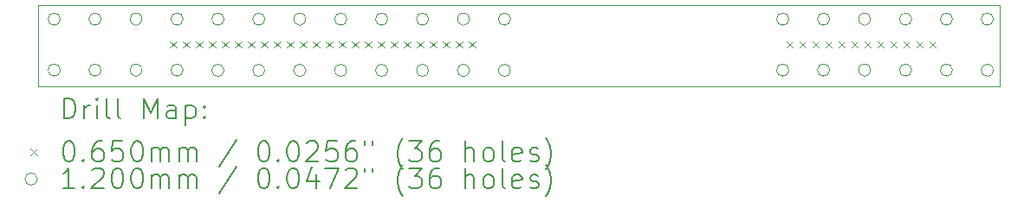
<source format=gbr>
%TF.GenerationSoftware,KiCad,Pcbnew,9.0.5*%
%TF.CreationDate,2025-10-13T16:35:59+02:00*%
%TF.ProjectId,rec_play_switch_mount,7265635f-706c-4617-995f-737769746368,rev?*%
%TF.SameCoordinates,Original*%
%TF.FileFunction,Drillmap*%
%TF.FilePolarity,Positive*%
%FSLAX45Y45*%
G04 Gerber Fmt 4.5, Leading zero omitted, Abs format (unit mm)*
G04 Created by KiCad (PCBNEW 9.0.5) date 2025-10-13 16:35:59*
%MOMM*%
%LPD*%
G01*
G04 APERTURE LIST*
%ADD10C,0.100000*%
%ADD11C,0.200000*%
%ADD12C,0.120000*%
G04 APERTURE END LIST*
D10*
X12300000Y-8100000D02*
X21700000Y-8100000D01*
X21700000Y-8900000D01*
X12300000Y-8900000D01*
X12300000Y-8100000D01*
D11*
D10*
X13593000Y-8457500D02*
X13658000Y-8522500D01*
X13658000Y-8457500D02*
X13593000Y-8522500D01*
X13720000Y-8457500D02*
X13785000Y-8522500D01*
X13785000Y-8457500D02*
X13720000Y-8522500D01*
X13847000Y-8457500D02*
X13912000Y-8522500D01*
X13912000Y-8457500D02*
X13847000Y-8522500D01*
X13974000Y-8457500D02*
X14039000Y-8522500D01*
X14039000Y-8457500D02*
X13974000Y-8522500D01*
X14101000Y-8457500D02*
X14166000Y-8522500D01*
X14166000Y-8457500D02*
X14101000Y-8522500D01*
X14228000Y-8457500D02*
X14293000Y-8522500D01*
X14293000Y-8457500D02*
X14228000Y-8522500D01*
X14355000Y-8457500D02*
X14420000Y-8522500D01*
X14420000Y-8457500D02*
X14355000Y-8522500D01*
X14482000Y-8457500D02*
X14547000Y-8522500D01*
X14547000Y-8457500D02*
X14482000Y-8522500D01*
X14609000Y-8457500D02*
X14674000Y-8522500D01*
X14674000Y-8457500D02*
X14609000Y-8522500D01*
X14736000Y-8457500D02*
X14801000Y-8522500D01*
X14801000Y-8457500D02*
X14736000Y-8522500D01*
X14863000Y-8457500D02*
X14928000Y-8522500D01*
X14928000Y-8457500D02*
X14863000Y-8522500D01*
X14990000Y-8457500D02*
X15055000Y-8522500D01*
X15055000Y-8457500D02*
X14990000Y-8522500D01*
X15117000Y-8457500D02*
X15182000Y-8522500D01*
X15182000Y-8457500D02*
X15117000Y-8522500D01*
X15244000Y-8457500D02*
X15309000Y-8522500D01*
X15309000Y-8457500D02*
X15244000Y-8522500D01*
X15371000Y-8457500D02*
X15436000Y-8522500D01*
X15436000Y-8457500D02*
X15371000Y-8522500D01*
X15498000Y-8457500D02*
X15563000Y-8522500D01*
X15563000Y-8457500D02*
X15498000Y-8522500D01*
X15625000Y-8457500D02*
X15690000Y-8522500D01*
X15690000Y-8457500D02*
X15625000Y-8522500D01*
X15752000Y-8457500D02*
X15817000Y-8522500D01*
X15817000Y-8457500D02*
X15752000Y-8522500D01*
X15879000Y-8457500D02*
X15944000Y-8522500D01*
X15944000Y-8457500D02*
X15879000Y-8522500D01*
X16006000Y-8457500D02*
X16071000Y-8522500D01*
X16071000Y-8457500D02*
X16006000Y-8522500D01*
X16133000Y-8457500D02*
X16198000Y-8522500D01*
X16198000Y-8457500D02*
X16133000Y-8522500D01*
X16260000Y-8457500D02*
X16325000Y-8522500D01*
X16325000Y-8457500D02*
X16260000Y-8522500D01*
X16387000Y-8457500D02*
X16452000Y-8522500D01*
X16452000Y-8457500D02*
X16387000Y-8522500D01*
X16514000Y-8457500D02*
X16579000Y-8522500D01*
X16579000Y-8457500D02*
X16514000Y-8522500D01*
X19614400Y-8457500D02*
X19679400Y-8522500D01*
X19679400Y-8457500D02*
X19614400Y-8522500D01*
X19741400Y-8457500D02*
X19806400Y-8522500D01*
X19806400Y-8457500D02*
X19741400Y-8522500D01*
X19868400Y-8457500D02*
X19933400Y-8522500D01*
X19933400Y-8457500D02*
X19868400Y-8522500D01*
X19995400Y-8457500D02*
X20060400Y-8522500D01*
X20060400Y-8457500D02*
X19995400Y-8522500D01*
X20122400Y-8457500D02*
X20187400Y-8522500D01*
X20187400Y-8457500D02*
X20122400Y-8522500D01*
X20249400Y-8457500D02*
X20314400Y-8522500D01*
X20314400Y-8457500D02*
X20249400Y-8522500D01*
X20376400Y-8457500D02*
X20441400Y-8522500D01*
X20441400Y-8457500D02*
X20376400Y-8522500D01*
X20503400Y-8457500D02*
X20568400Y-8522500D01*
X20568400Y-8457500D02*
X20503400Y-8522500D01*
X20630400Y-8457500D02*
X20695400Y-8522500D01*
X20695400Y-8457500D02*
X20630400Y-8522500D01*
X20757400Y-8457500D02*
X20822400Y-8522500D01*
X20822400Y-8457500D02*
X20757400Y-8522500D01*
X20884400Y-8457500D02*
X20949400Y-8522500D01*
X20949400Y-8457500D02*
X20884400Y-8522500D01*
X21011400Y-8457500D02*
X21076400Y-8522500D01*
X21076400Y-8457500D02*
X21011400Y-8522500D01*
D12*
X12520000Y-8240000D02*
G75*
G02*
X12400000Y-8240000I-60000J0D01*
G01*
X12400000Y-8240000D02*
G75*
G02*
X12520000Y-8240000I60000J0D01*
G01*
X12520000Y-8740000D02*
G75*
G02*
X12400000Y-8740000I-60000J0D01*
G01*
X12400000Y-8740000D02*
G75*
G02*
X12520000Y-8740000I60000J0D01*
G01*
X12920000Y-8240000D02*
G75*
G02*
X12800000Y-8240000I-60000J0D01*
G01*
X12800000Y-8240000D02*
G75*
G02*
X12920000Y-8240000I60000J0D01*
G01*
X12920000Y-8740000D02*
G75*
G02*
X12800000Y-8740000I-60000J0D01*
G01*
X12800000Y-8740000D02*
G75*
G02*
X12920000Y-8740000I60000J0D01*
G01*
X13320000Y-8240000D02*
G75*
G02*
X13200000Y-8240000I-60000J0D01*
G01*
X13200000Y-8240000D02*
G75*
G02*
X13320000Y-8240000I60000J0D01*
G01*
X13320000Y-8740000D02*
G75*
G02*
X13200000Y-8740000I-60000J0D01*
G01*
X13200000Y-8740000D02*
G75*
G02*
X13320000Y-8740000I60000J0D01*
G01*
X13720000Y-8240000D02*
G75*
G02*
X13600000Y-8240000I-60000J0D01*
G01*
X13600000Y-8240000D02*
G75*
G02*
X13720000Y-8240000I60000J0D01*
G01*
X13720000Y-8740000D02*
G75*
G02*
X13600000Y-8740000I-60000J0D01*
G01*
X13600000Y-8740000D02*
G75*
G02*
X13720000Y-8740000I60000J0D01*
G01*
X14120000Y-8240000D02*
G75*
G02*
X14000000Y-8240000I-60000J0D01*
G01*
X14000000Y-8240000D02*
G75*
G02*
X14120000Y-8240000I60000J0D01*
G01*
X14120000Y-8742738D02*
G75*
G02*
X14000000Y-8742738I-60000J0D01*
G01*
X14000000Y-8742738D02*
G75*
G02*
X14120000Y-8742738I60000J0D01*
G01*
X14520000Y-8240000D02*
G75*
G02*
X14400000Y-8240000I-60000J0D01*
G01*
X14400000Y-8240000D02*
G75*
G02*
X14520000Y-8240000I60000J0D01*
G01*
X14520000Y-8742738D02*
G75*
G02*
X14400000Y-8742738I-60000J0D01*
G01*
X14400000Y-8742738D02*
G75*
G02*
X14520000Y-8742738I60000J0D01*
G01*
X14920000Y-8240000D02*
G75*
G02*
X14800000Y-8240000I-60000J0D01*
G01*
X14800000Y-8240000D02*
G75*
G02*
X14920000Y-8240000I60000J0D01*
G01*
X14920000Y-8742738D02*
G75*
G02*
X14800000Y-8742738I-60000J0D01*
G01*
X14800000Y-8742738D02*
G75*
G02*
X14920000Y-8742738I60000J0D01*
G01*
X15320000Y-8240000D02*
G75*
G02*
X15200000Y-8240000I-60000J0D01*
G01*
X15200000Y-8240000D02*
G75*
G02*
X15320000Y-8240000I60000J0D01*
G01*
X15320000Y-8742738D02*
G75*
G02*
X15200000Y-8742738I-60000J0D01*
G01*
X15200000Y-8742738D02*
G75*
G02*
X15320000Y-8742738I60000J0D01*
G01*
X15720000Y-8240000D02*
G75*
G02*
X15600000Y-8240000I-60000J0D01*
G01*
X15600000Y-8240000D02*
G75*
G02*
X15720000Y-8240000I60000J0D01*
G01*
X15720000Y-8742738D02*
G75*
G02*
X15600000Y-8742738I-60000J0D01*
G01*
X15600000Y-8742738D02*
G75*
G02*
X15720000Y-8742738I60000J0D01*
G01*
X16120000Y-8240000D02*
G75*
G02*
X16000000Y-8240000I-60000J0D01*
G01*
X16000000Y-8240000D02*
G75*
G02*
X16120000Y-8240000I60000J0D01*
G01*
X16120000Y-8742738D02*
G75*
G02*
X16000000Y-8742738I-60000J0D01*
G01*
X16000000Y-8742738D02*
G75*
G02*
X16120000Y-8742738I60000J0D01*
G01*
X16520000Y-8240000D02*
G75*
G02*
X16400000Y-8240000I-60000J0D01*
G01*
X16400000Y-8240000D02*
G75*
G02*
X16520000Y-8240000I60000J0D01*
G01*
X16520000Y-8742738D02*
G75*
G02*
X16400000Y-8742738I-60000J0D01*
G01*
X16400000Y-8742738D02*
G75*
G02*
X16520000Y-8742738I60000J0D01*
G01*
X16920000Y-8240000D02*
G75*
G02*
X16800000Y-8240000I-60000J0D01*
G01*
X16800000Y-8240000D02*
G75*
G02*
X16920000Y-8240000I60000J0D01*
G01*
X16920000Y-8742738D02*
G75*
G02*
X16800000Y-8742738I-60000J0D01*
G01*
X16800000Y-8742738D02*
G75*
G02*
X16920000Y-8742738I60000J0D01*
G01*
X19640000Y-8240000D02*
G75*
G02*
X19520000Y-8240000I-60000J0D01*
G01*
X19520000Y-8240000D02*
G75*
G02*
X19640000Y-8240000I60000J0D01*
G01*
X19640000Y-8740000D02*
G75*
G02*
X19520000Y-8740000I-60000J0D01*
G01*
X19520000Y-8740000D02*
G75*
G02*
X19640000Y-8740000I60000J0D01*
G01*
X20040000Y-8240000D02*
G75*
G02*
X19920000Y-8240000I-60000J0D01*
G01*
X19920000Y-8240000D02*
G75*
G02*
X20040000Y-8240000I60000J0D01*
G01*
X20040000Y-8740000D02*
G75*
G02*
X19920000Y-8740000I-60000J0D01*
G01*
X19920000Y-8740000D02*
G75*
G02*
X20040000Y-8740000I60000J0D01*
G01*
X20440000Y-8240000D02*
G75*
G02*
X20320000Y-8240000I-60000J0D01*
G01*
X20320000Y-8240000D02*
G75*
G02*
X20440000Y-8240000I60000J0D01*
G01*
X20440000Y-8740000D02*
G75*
G02*
X20320000Y-8740000I-60000J0D01*
G01*
X20320000Y-8740000D02*
G75*
G02*
X20440000Y-8740000I60000J0D01*
G01*
X20840000Y-8240000D02*
G75*
G02*
X20720000Y-8240000I-60000J0D01*
G01*
X20720000Y-8240000D02*
G75*
G02*
X20840000Y-8240000I60000J0D01*
G01*
X20840000Y-8740000D02*
G75*
G02*
X20720000Y-8740000I-60000J0D01*
G01*
X20720000Y-8740000D02*
G75*
G02*
X20840000Y-8740000I60000J0D01*
G01*
X21240000Y-8240000D02*
G75*
G02*
X21120000Y-8240000I-60000J0D01*
G01*
X21120000Y-8240000D02*
G75*
G02*
X21240000Y-8240000I60000J0D01*
G01*
X21240000Y-8740000D02*
G75*
G02*
X21120000Y-8740000I-60000J0D01*
G01*
X21120000Y-8740000D02*
G75*
G02*
X21240000Y-8740000I60000J0D01*
G01*
X21640000Y-8240000D02*
G75*
G02*
X21520000Y-8240000I-60000J0D01*
G01*
X21520000Y-8240000D02*
G75*
G02*
X21640000Y-8240000I60000J0D01*
G01*
X21640000Y-8741557D02*
G75*
G02*
X21520000Y-8741557I-60000J0D01*
G01*
X21520000Y-8741557D02*
G75*
G02*
X21640000Y-8741557I60000J0D01*
G01*
D11*
X12555777Y-9216484D02*
X12555777Y-9016484D01*
X12555777Y-9016484D02*
X12603396Y-9016484D01*
X12603396Y-9016484D02*
X12631967Y-9026008D01*
X12631967Y-9026008D02*
X12651015Y-9045055D01*
X12651015Y-9045055D02*
X12660539Y-9064103D01*
X12660539Y-9064103D02*
X12670062Y-9102198D01*
X12670062Y-9102198D02*
X12670062Y-9130770D01*
X12670062Y-9130770D02*
X12660539Y-9168865D01*
X12660539Y-9168865D02*
X12651015Y-9187912D01*
X12651015Y-9187912D02*
X12631967Y-9206960D01*
X12631967Y-9206960D02*
X12603396Y-9216484D01*
X12603396Y-9216484D02*
X12555777Y-9216484D01*
X12755777Y-9216484D02*
X12755777Y-9083150D01*
X12755777Y-9121246D02*
X12765301Y-9102198D01*
X12765301Y-9102198D02*
X12774824Y-9092674D01*
X12774824Y-9092674D02*
X12793872Y-9083150D01*
X12793872Y-9083150D02*
X12812920Y-9083150D01*
X12879586Y-9216484D02*
X12879586Y-9083150D01*
X12879586Y-9016484D02*
X12870062Y-9026008D01*
X12870062Y-9026008D02*
X12879586Y-9035531D01*
X12879586Y-9035531D02*
X12889110Y-9026008D01*
X12889110Y-9026008D02*
X12879586Y-9016484D01*
X12879586Y-9016484D02*
X12879586Y-9035531D01*
X13003396Y-9216484D02*
X12984348Y-9206960D01*
X12984348Y-9206960D02*
X12974824Y-9187912D01*
X12974824Y-9187912D02*
X12974824Y-9016484D01*
X13108158Y-9216484D02*
X13089110Y-9206960D01*
X13089110Y-9206960D02*
X13079586Y-9187912D01*
X13079586Y-9187912D02*
X13079586Y-9016484D01*
X13336729Y-9216484D02*
X13336729Y-9016484D01*
X13336729Y-9016484D02*
X13403396Y-9159341D01*
X13403396Y-9159341D02*
X13470062Y-9016484D01*
X13470062Y-9016484D02*
X13470062Y-9216484D01*
X13651015Y-9216484D02*
X13651015Y-9111722D01*
X13651015Y-9111722D02*
X13641491Y-9092674D01*
X13641491Y-9092674D02*
X13622443Y-9083150D01*
X13622443Y-9083150D02*
X13584348Y-9083150D01*
X13584348Y-9083150D02*
X13565301Y-9092674D01*
X13651015Y-9206960D02*
X13631967Y-9216484D01*
X13631967Y-9216484D02*
X13584348Y-9216484D01*
X13584348Y-9216484D02*
X13565301Y-9206960D01*
X13565301Y-9206960D02*
X13555777Y-9187912D01*
X13555777Y-9187912D02*
X13555777Y-9168865D01*
X13555777Y-9168865D02*
X13565301Y-9149817D01*
X13565301Y-9149817D02*
X13584348Y-9140293D01*
X13584348Y-9140293D02*
X13631967Y-9140293D01*
X13631967Y-9140293D02*
X13651015Y-9130770D01*
X13746253Y-9083150D02*
X13746253Y-9283150D01*
X13746253Y-9092674D02*
X13765301Y-9083150D01*
X13765301Y-9083150D02*
X13803396Y-9083150D01*
X13803396Y-9083150D02*
X13822443Y-9092674D01*
X13822443Y-9092674D02*
X13831967Y-9102198D01*
X13831967Y-9102198D02*
X13841491Y-9121246D01*
X13841491Y-9121246D02*
X13841491Y-9178389D01*
X13841491Y-9178389D02*
X13831967Y-9197436D01*
X13831967Y-9197436D02*
X13822443Y-9206960D01*
X13822443Y-9206960D02*
X13803396Y-9216484D01*
X13803396Y-9216484D02*
X13765301Y-9216484D01*
X13765301Y-9216484D02*
X13746253Y-9206960D01*
X13927205Y-9197436D02*
X13936729Y-9206960D01*
X13936729Y-9206960D02*
X13927205Y-9216484D01*
X13927205Y-9216484D02*
X13917682Y-9206960D01*
X13917682Y-9206960D02*
X13927205Y-9197436D01*
X13927205Y-9197436D02*
X13927205Y-9216484D01*
X13927205Y-9092674D02*
X13936729Y-9102198D01*
X13936729Y-9102198D02*
X13927205Y-9111722D01*
X13927205Y-9111722D02*
X13917682Y-9102198D01*
X13917682Y-9102198D02*
X13927205Y-9092674D01*
X13927205Y-9092674D02*
X13927205Y-9111722D01*
D10*
X12230000Y-9512500D02*
X12295000Y-9577500D01*
X12295000Y-9512500D02*
X12230000Y-9577500D01*
D11*
X12593872Y-9436484D02*
X12612920Y-9436484D01*
X12612920Y-9436484D02*
X12631967Y-9446008D01*
X12631967Y-9446008D02*
X12641491Y-9455531D01*
X12641491Y-9455531D02*
X12651015Y-9474579D01*
X12651015Y-9474579D02*
X12660539Y-9512674D01*
X12660539Y-9512674D02*
X12660539Y-9560293D01*
X12660539Y-9560293D02*
X12651015Y-9598389D01*
X12651015Y-9598389D02*
X12641491Y-9617436D01*
X12641491Y-9617436D02*
X12631967Y-9626960D01*
X12631967Y-9626960D02*
X12612920Y-9636484D01*
X12612920Y-9636484D02*
X12593872Y-9636484D01*
X12593872Y-9636484D02*
X12574824Y-9626960D01*
X12574824Y-9626960D02*
X12565301Y-9617436D01*
X12565301Y-9617436D02*
X12555777Y-9598389D01*
X12555777Y-9598389D02*
X12546253Y-9560293D01*
X12546253Y-9560293D02*
X12546253Y-9512674D01*
X12546253Y-9512674D02*
X12555777Y-9474579D01*
X12555777Y-9474579D02*
X12565301Y-9455531D01*
X12565301Y-9455531D02*
X12574824Y-9446008D01*
X12574824Y-9446008D02*
X12593872Y-9436484D01*
X12746253Y-9617436D02*
X12755777Y-9626960D01*
X12755777Y-9626960D02*
X12746253Y-9636484D01*
X12746253Y-9636484D02*
X12736729Y-9626960D01*
X12736729Y-9626960D02*
X12746253Y-9617436D01*
X12746253Y-9617436D02*
X12746253Y-9636484D01*
X12927205Y-9436484D02*
X12889110Y-9436484D01*
X12889110Y-9436484D02*
X12870062Y-9446008D01*
X12870062Y-9446008D02*
X12860539Y-9455531D01*
X12860539Y-9455531D02*
X12841491Y-9484103D01*
X12841491Y-9484103D02*
X12831967Y-9522198D01*
X12831967Y-9522198D02*
X12831967Y-9598389D01*
X12831967Y-9598389D02*
X12841491Y-9617436D01*
X12841491Y-9617436D02*
X12851015Y-9626960D01*
X12851015Y-9626960D02*
X12870062Y-9636484D01*
X12870062Y-9636484D02*
X12908158Y-9636484D01*
X12908158Y-9636484D02*
X12927205Y-9626960D01*
X12927205Y-9626960D02*
X12936729Y-9617436D01*
X12936729Y-9617436D02*
X12946253Y-9598389D01*
X12946253Y-9598389D02*
X12946253Y-9550770D01*
X12946253Y-9550770D02*
X12936729Y-9531722D01*
X12936729Y-9531722D02*
X12927205Y-9522198D01*
X12927205Y-9522198D02*
X12908158Y-9512674D01*
X12908158Y-9512674D02*
X12870062Y-9512674D01*
X12870062Y-9512674D02*
X12851015Y-9522198D01*
X12851015Y-9522198D02*
X12841491Y-9531722D01*
X12841491Y-9531722D02*
X12831967Y-9550770D01*
X13127205Y-9436484D02*
X13031967Y-9436484D01*
X13031967Y-9436484D02*
X13022443Y-9531722D01*
X13022443Y-9531722D02*
X13031967Y-9522198D01*
X13031967Y-9522198D02*
X13051015Y-9512674D01*
X13051015Y-9512674D02*
X13098634Y-9512674D01*
X13098634Y-9512674D02*
X13117682Y-9522198D01*
X13117682Y-9522198D02*
X13127205Y-9531722D01*
X13127205Y-9531722D02*
X13136729Y-9550770D01*
X13136729Y-9550770D02*
X13136729Y-9598389D01*
X13136729Y-9598389D02*
X13127205Y-9617436D01*
X13127205Y-9617436D02*
X13117682Y-9626960D01*
X13117682Y-9626960D02*
X13098634Y-9636484D01*
X13098634Y-9636484D02*
X13051015Y-9636484D01*
X13051015Y-9636484D02*
X13031967Y-9626960D01*
X13031967Y-9626960D02*
X13022443Y-9617436D01*
X13260539Y-9436484D02*
X13279586Y-9436484D01*
X13279586Y-9436484D02*
X13298634Y-9446008D01*
X13298634Y-9446008D02*
X13308158Y-9455531D01*
X13308158Y-9455531D02*
X13317682Y-9474579D01*
X13317682Y-9474579D02*
X13327205Y-9512674D01*
X13327205Y-9512674D02*
X13327205Y-9560293D01*
X13327205Y-9560293D02*
X13317682Y-9598389D01*
X13317682Y-9598389D02*
X13308158Y-9617436D01*
X13308158Y-9617436D02*
X13298634Y-9626960D01*
X13298634Y-9626960D02*
X13279586Y-9636484D01*
X13279586Y-9636484D02*
X13260539Y-9636484D01*
X13260539Y-9636484D02*
X13241491Y-9626960D01*
X13241491Y-9626960D02*
X13231967Y-9617436D01*
X13231967Y-9617436D02*
X13222443Y-9598389D01*
X13222443Y-9598389D02*
X13212920Y-9560293D01*
X13212920Y-9560293D02*
X13212920Y-9512674D01*
X13212920Y-9512674D02*
X13222443Y-9474579D01*
X13222443Y-9474579D02*
X13231967Y-9455531D01*
X13231967Y-9455531D02*
X13241491Y-9446008D01*
X13241491Y-9446008D02*
X13260539Y-9436484D01*
X13412920Y-9636484D02*
X13412920Y-9503150D01*
X13412920Y-9522198D02*
X13422443Y-9512674D01*
X13422443Y-9512674D02*
X13441491Y-9503150D01*
X13441491Y-9503150D02*
X13470063Y-9503150D01*
X13470063Y-9503150D02*
X13489110Y-9512674D01*
X13489110Y-9512674D02*
X13498634Y-9531722D01*
X13498634Y-9531722D02*
X13498634Y-9636484D01*
X13498634Y-9531722D02*
X13508158Y-9512674D01*
X13508158Y-9512674D02*
X13527205Y-9503150D01*
X13527205Y-9503150D02*
X13555777Y-9503150D01*
X13555777Y-9503150D02*
X13574824Y-9512674D01*
X13574824Y-9512674D02*
X13584348Y-9531722D01*
X13584348Y-9531722D02*
X13584348Y-9636484D01*
X13679586Y-9636484D02*
X13679586Y-9503150D01*
X13679586Y-9522198D02*
X13689110Y-9512674D01*
X13689110Y-9512674D02*
X13708158Y-9503150D01*
X13708158Y-9503150D02*
X13736729Y-9503150D01*
X13736729Y-9503150D02*
X13755777Y-9512674D01*
X13755777Y-9512674D02*
X13765301Y-9531722D01*
X13765301Y-9531722D02*
X13765301Y-9636484D01*
X13765301Y-9531722D02*
X13774824Y-9512674D01*
X13774824Y-9512674D02*
X13793872Y-9503150D01*
X13793872Y-9503150D02*
X13822443Y-9503150D01*
X13822443Y-9503150D02*
X13841491Y-9512674D01*
X13841491Y-9512674D02*
X13851015Y-9531722D01*
X13851015Y-9531722D02*
X13851015Y-9636484D01*
X14241491Y-9426960D02*
X14070063Y-9684103D01*
X14498634Y-9436484D02*
X14517682Y-9436484D01*
X14517682Y-9436484D02*
X14536729Y-9446008D01*
X14536729Y-9446008D02*
X14546253Y-9455531D01*
X14546253Y-9455531D02*
X14555777Y-9474579D01*
X14555777Y-9474579D02*
X14565301Y-9512674D01*
X14565301Y-9512674D02*
X14565301Y-9560293D01*
X14565301Y-9560293D02*
X14555777Y-9598389D01*
X14555777Y-9598389D02*
X14546253Y-9617436D01*
X14546253Y-9617436D02*
X14536729Y-9626960D01*
X14536729Y-9626960D02*
X14517682Y-9636484D01*
X14517682Y-9636484D02*
X14498634Y-9636484D01*
X14498634Y-9636484D02*
X14479586Y-9626960D01*
X14479586Y-9626960D02*
X14470063Y-9617436D01*
X14470063Y-9617436D02*
X14460539Y-9598389D01*
X14460539Y-9598389D02*
X14451015Y-9560293D01*
X14451015Y-9560293D02*
X14451015Y-9512674D01*
X14451015Y-9512674D02*
X14460539Y-9474579D01*
X14460539Y-9474579D02*
X14470063Y-9455531D01*
X14470063Y-9455531D02*
X14479586Y-9446008D01*
X14479586Y-9446008D02*
X14498634Y-9436484D01*
X14651015Y-9617436D02*
X14660539Y-9626960D01*
X14660539Y-9626960D02*
X14651015Y-9636484D01*
X14651015Y-9636484D02*
X14641491Y-9626960D01*
X14641491Y-9626960D02*
X14651015Y-9617436D01*
X14651015Y-9617436D02*
X14651015Y-9636484D01*
X14784348Y-9436484D02*
X14803396Y-9436484D01*
X14803396Y-9436484D02*
X14822444Y-9446008D01*
X14822444Y-9446008D02*
X14831967Y-9455531D01*
X14831967Y-9455531D02*
X14841491Y-9474579D01*
X14841491Y-9474579D02*
X14851015Y-9512674D01*
X14851015Y-9512674D02*
X14851015Y-9560293D01*
X14851015Y-9560293D02*
X14841491Y-9598389D01*
X14841491Y-9598389D02*
X14831967Y-9617436D01*
X14831967Y-9617436D02*
X14822444Y-9626960D01*
X14822444Y-9626960D02*
X14803396Y-9636484D01*
X14803396Y-9636484D02*
X14784348Y-9636484D01*
X14784348Y-9636484D02*
X14765301Y-9626960D01*
X14765301Y-9626960D02*
X14755777Y-9617436D01*
X14755777Y-9617436D02*
X14746253Y-9598389D01*
X14746253Y-9598389D02*
X14736729Y-9560293D01*
X14736729Y-9560293D02*
X14736729Y-9512674D01*
X14736729Y-9512674D02*
X14746253Y-9474579D01*
X14746253Y-9474579D02*
X14755777Y-9455531D01*
X14755777Y-9455531D02*
X14765301Y-9446008D01*
X14765301Y-9446008D02*
X14784348Y-9436484D01*
X14927206Y-9455531D02*
X14936729Y-9446008D01*
X14936729Y-9446008D02*
X14955777Y-9436484D01*
X14955777Y-9436484D02*
X15003396Y-9436484D01*
X15003396Y-9436484D02*
X15022444Y-9446008D01*
X15022444Y-9446008D02*
X15031967Y-9455531D01*
X15031967Y-9455531D02*
X15041491Y-9474579D01*
X15041491Y-9474579D02*
X15041491Y-9493627D01*
X15041491Y-9493627D02*
X15031967Y-9522198D01*
X15031967Y-9522198D02*
X14917682Y-9636484D01*
X14917682Y-9636484D02*
X15041491Y-9636484D01*
X15222444Y-9436484D02*
X15127206Y-9436484D01*
X15127206Y-9436484D02*
X15117682Y-9531722D01*
X15117682Y-9531722D02*
X15127206Y-9522198D01*
X15127206Y-9522198D02*
X15146253Y-9512674D01*
X15146253Y-9512674D02*
X15193872Y-9512674D01*
X15193872Y-9512674D02*
X15212920Y-9522198D01*
X15212920Y-9522198D02*
X15222444Y-9531722D01*
X15222444Y-9531722D02*
X15231967Y-9550770D01*
X15231967Y-9550770D02*
X15231967Y-9598389D01*
X15231967Y-9598389D02*
X15222444Y-9617436D01*
X15222444Y-9617436D02*
X15212920Y-9626960D01*
X15212920Y-9626960D02*
X15193872Y-9636484D01*
X15193872Y-9636484D02*
X15146253Y-9636484D01*
X15146253Y-9636484D02*
X15127206Y-9626960D01*
X15127206Y-9626960D02*
X15117682Y-9617436D01*
X15403396Y-9436484D02*
X15365301Y-9436484D01*
X15365301Y-9436484D02*
X15346253Y-9446008D01*
X15346253Y-9446008D02*
X15336729Y-9455531D01*
X15336729Y-9455531D02*
X15317682Y-9484103D01*
X15317682Y-9484103D02*
X15308158Y-9522198D01*
X15308158Y-9522198D02*
X15308158Y-9598389D01*
X15308158Y-9598389D02*
X15317682Y-9617436D01*
X15317682Y-9617436D02*
X15327206Y-9626960D01*
X15327206Y-9626960D02*
X15346253Y-9636484D01*
X15346253Y-9636484D02*
X15384348Y-9636484D01*
X15384348Y-9636484D02*
X15403396Y-9626960D01*
X15403396Y-9626960D02*
X15412920Y-9617436D01*
X15412920Y-9617436D02*
X15422444Y-9598389D01*
X15422444Y-9598389D02*
X15422444Y-9550770D01*
X15422444Y-9550770D02*
X15412920Y-9531722D01*
X15412920Y-9531722D02*
X15403396Y-9522198D01*
X15403396Y-9522198D02*
X15384348Y-9512674D01*
X15384348Y-9512674D02*
X15346253Y-9512674D01*
X15346253Y-9512674D02*
X15327206Y-9522198D01*
X15327206Y-9522198D02*
X15317682Y-9531722D01*
X15317682Y-9531722D02*
X15308158Y-9550770D01*
X15498634Y-9436484D02*
X15498634Y-9474579D01*
X15574825Y-9436484D02*
X15574825Y-9474579D01*
X15870063Y-9712674D02*
X15860539Y-9703150D01*
X15860539Y-9703150D02*
X15841491Y-9674579D01*
X15841491Y-9674579D02*
X15831968Y-9655531D01*
X15831968Y-9655531D02*
X15822444Y-9626960D01*
X15822444Y-9626960D02*
X15812920Y-9579341D01*
X15812920Y-9579341D02*
X15812920Y-9541246D01*
X15812920Y-9541246D02*
X15822444Y-9493627D01*
X15822444Y-9493627D02*
X15831968Y-9465055D01*
X15831968Y-9465055D02*
X15841491Y-9446008D01*
X15841491Y-9446008D02*
X15860539Y-9417436D01*
X15860539Y-9417436D02*
X15870063Y-9407912D01*
X15927206Y-9436484D02*
X16051015Y-9436484D01*
X16051015Y-9436484D02*
X15984348Y-9512674D01*
X15984348Y-9512674D02*
X16012920Y-9512674D01*
X16012920Y-9512674D02*
X16031968Y-9522198D01*
X16031968Y-9522198D02*
X16041491Y-9531722D01*
X16041491Y-9531722D02*
X16051015Y-9550770D01*
X16051015Y-9550770D02*
X16051015Y-9598389D01*
X16051015Y-9598389D02*
X16041491Y-9617436D01*
X16041491Y-9617436D02*
X16031968Y-9626960D01*
X16031968Y-9626960D02*
X16012920Y-9636484D01*
X16012920Y-9636484D02*
X15955777Y-9636484D01*
X15955777Y-9636484D02*
X15936729Y-9626960D01*
X15936729Y-9626960D02*
X15927206Y-9617436D01*
X16222444Y-9436484D02*
X16184348Y-9436484D01*
X16184348Y-9436484D02*
X16165301Y-9446008D01*
X16165301Y-9446008D02*
X16155777Y-9455531D01*
X16155777Y-9455531D02*
X16136729Y-9484103D01*
X16136729Y-9484103D02*
X16127206Y-9522198D01*
X16127206Y-9522198D02*
X16127206Y-9598389D01*
X16127206Y-9598389D02*
X16136729Y-9617436D01*
X16136729Y-9617436D02*
X16146253Y-9626960D01*
X16146253Y-9626960D02*
X16165301Y-9636484D01*
X16165301Y-9636484D02*
X16203396Y-9636484D01*
X16203396Y-9636484D02*
X16222444Y-9626960D01*
X16222444Y-9626960D02*
X16231968Y-9617436D01*
X16231968Y-9617436D02*
X16241491Y-9598389D01*
X16241491Y-9598389D02*
X16241491Y-9550770D01*
X16241491Y-9550770D02*
X16231968Y-9531722D01*
X16231968Y-9531722D02*
X16222444Y-9522198D01*
X16222444Y-9522198D02*
X16203396Y-9512674D01*
X16203396Y-9512674D02*
X16165301Y-9512674D01*
X16165301Y-9512674D02*
X16146253Y-9522198D01*
X16146253Y-9522198D02*
X16136729Y-9531722D01*
X16136729Y-9531722D02*
X16127206Y-9550770D01*
X16479587Y-9636484D02*
X16479587Y-9436484D01*
X16565301Y-9636484D02*
X16565301Y-9531722D01*
X16565301Y-9531722D02*
X16555777Y-9512674D01*
X16555777Y-9512674D02*
X16536730Y-9503150D01*
X16536730Y-9503150D02*
X16508158Y-9503150D01*
X16508158Y-9503150D02*
X16489110Y-9512674D01*
X16489110Y-9512674D02*
X16479587Y-9522198D01*
X16689110Y-9636484D02*
X16670063Y-9626960D01*
X16670063Y-9626960D02*
X16660539Y-9617436D01*
X16660539Y-9617436D02*
X16651015Y-9598389D01*
X16651015Y-9598389D02*
X16651015Y-9541246D01*
X16651015Y-9541246D02*
X16660539Y-9522198D01*
X16660539Y-9522198D02*
X16670063Y-9512674D01*
X16670063Y-9512674D02*
X16689110Y-9503150D01*
X16689110Y-9503150D02*
X16717682Y-9503150D01*
X16717682Y-9503150D02*
X16736730Y-9512674D01*
X16736730Y-9512674D02*
X16746253Y-9522198D01*
X16746253Y-9522198D02*
X16755777Y-9541246D01*
X16755777Y-9541246D02*
X16755777Y-9598389D01*
X16755777Y-9598389D02*
X16746253Y-9617436D01*
X16746253Y-9617436D02*
X16736730Y-9626960D01*
X16736730Y-9626960D02*
X16717682Y-9636484D01*
X16717682Y-9636484D02*
X16689110Y-9636484D01*
X16870063Y-9636484D02*
X16851015Y-9626960D01*
X16851015Y-9626960D02*
X16841492Y-9607912D01*
X16841492Y-9607912D02*
X16841492Y-9436484D01*
X17022444Y-9626960D02*
X17003396Y-9636484D01*
X17003396Y-9636484D02*
X16965301Y-9636484D01*
X16965301Y-9636484D02*
X16946253Y-9626960D01*
X16946253Y-9626960D02*
X16936730Y-9607912D01*
X16936730Y-9607912D02*
X16936730Y-9531722D01*
X16936730Y-9531722D02*
X16946253Y-9512674D01*
X16946253Y-9512674D02*
X16965301Y-9503150D01*
X16965301Y-9503150D02*
X17003396Y-9503150D01*
X17003396Y-9503150D02*
X17022444Y-9512674D01*
X17022444Y-9512674D02*
X17031968Y-9531722D01*
X17031968Y-9531722D02*
X17031968Y-9550770D01*
X17031968Y-9550770D02*
X16936730Y-9569817D01*
X17108158Y-9626960D02*
X17127206Y-9636484D01*
X17127206Y-9636484D02*
X17165301Y-9636484D01*
X17165301Y-9636484D02*
X17184349Y-9626960D01*
X17184349Y-9626960D02*
X17193873Y-9607912D01*
X17193873Y-9607912D02*
X17193873Y-9598389D01*
X17193873Y-9598389D02*
X17184349Y-9579341D01*
X17184349Y-9579341D02*
X17165301Y-9569817D01*
X17165301Y-9569817D02*
X17136730Y-9569817D01*
X17136730Y-9569817D02*
X17117682Y-9560293D01*
X17117682Y-9560293D02*
X17108158Y-9541246D01*
X17108158Y-9541246D02*
X17108158Y-9531722D01*
X17108158Y-9531722D02*
X17117682Y-9512674D01*
X17117682Y-9512674D02*
X17136730Y-9503150D01*
X17136730Y-9503150D02*
X17165301Y-9503150D01*
X17165301Y-9503150D02*
X17184349Y-9512674D01*
X17260539Y-9712674D02*
X17270063Y-9703150D01*
X17270063Y-9703150D02*
X17289111Y-9674579D01*
X17289111Y-9674579D02*
X17298634Y-9655531D01*
X17298634Y-9655531D02*
X17308158Y-9626960D01*
X17308158Y-9626960D02*
X17317682Y-9579341D01*
X17317682Y-9579341D02*
X17317682Y-9541246D01*
X17317682Y-9541246D02*
X17308158Y-9493627D01*
X17308158Y-9493627D02*
X17298634Y-9465055D01*
X17298634Y-9465055D02*
X17289111Y-9446008D01*
X17289111Y-9446008D02*
X17270063Y-9417436D01*
X17270063Y-9417436D02*
X17260539Y-9407912D01*
D12*
X12295000Y-9809000D02*
G75*
G02*
X12175000Y-9809000I-60000J0D01*
G01*
X12175000Y-9809000D02*
G75*
G02*
X12295000Y-9809000I60000J0D01*
G01*
D11*
X12660539Y-9900484D02*
X12546253Y-9900484D01*
X12603396Y-9900484D02*
X12603396Y-9700484D01*
X12603396Y-9700484D02*
X12584348Y-9729055D01*
X12584348Y-9729055D02*
X12565301Y-9748103D01*
X12565301Y-9748103D02*
X12546253Y-9757627D01*
X12746253Y-9881436D02*
X12755777Y-9890960D01*
X12755777Y-9890960D02*
X12746253Y-9900484D01*
X12746253Y-9900484D02*
X12736729Y-9890960D01*
X12736729Y-9890960D02*
X12746253Y-9881436D01*
X12746253Y-9881436D02*
X12746253Y-9900484D01*
X12831967Y-9719531D02*
X12841491Y-9710008D01*
X12841491Y-9710008D02*
X12860539Y-9700484D01*
X12860539Y-9700484D02*
X12908158Y-9700484D01*
X12908158Y-9700484D02*
X12927205Y-9710008D01*
X12927205Y-9710008D02*
X12936729Y-9719531D01*
X12936729Y-9719531D02*
X12946253Y-9738579D01*
X12946253Y-9738579D02*
X12946253Y-9757627D01*
X12946253Y-9757627D02*
X12936729Y-9786198D01*
X12936729Y-9786198D02*
X12822443Y-9900484D01*
X12822443Y-9900484D02*
X12946253Y-9900484D01*
X13070062Y-9700484D02*
X13089110Y-9700484D01*
X13089110Y-9700484D02*
X13108158Y-9710008D01*
X13108158Y-9710008D02*
X13117682Y-9719531D01*
X13117682Y-9719531D02*
X13127205Y-9738579D01*
X13127205Y-9738579D02*
X13136729Y-9776674D01*
X13136729Y-9776674D02*
X13136729Y-9824293D01*
X13136729Y-9824293D02*
X13127205Y-9862389D01*
X13127205Y-9862389D02*
X13117682Y-9881436D01*
X13117682Y-9881436D02*
X13108158Y-9890960D01*
X13108158Y-9890960D02*
X13089110Y-9900484D01*
X13089110Y-9900484D02*
X13070062Y-9900484D01*
X13070062Y-9900484D02*
X13051015Y-9890960D01*
X13051015Y-9890960D02*
X13041491Y-9881436D01*
X13041491Y-9881436D02*
X13031967Y-9862389D01*
X13031967Y-9862389D02*
X13022443Y-9824293D01*
X13022443Y-9824293D02*
X13022443Y-9776674D01*
X13022443Y-9776674D02*
X13031967Y-9738579D01*
X13031967Y-9738579D02*
X13041491Y-9719531D01*
X13041491Y-9719531D02*
X13051015Y-9710008D01*
X13051015Y-9710008D02*
X13070062Y-9700484D01*
X13260539Y-9700484D02*
X13279586Y-9700484D01*
X13279586Y-9700484D02*
X13298634Y-9710008D01*
X13298634Y-9710008D02*
X13308158Y-9719531D01*
X13308158Y-9719531D02*
X13317682Y-9738579D01*
X13317682Y-9738579D02*
X13327205Y-9776674D01*
X13327205Y-9776674D02*
X13327205Y-9824293D01*
X13327205Y-9824293D02*
X13317682Y-9862389D01*
X13317682Y-9862389D02*
X13308158Y-9881436D01*
X13308158Y-9881436D02*
X13298634Y-9890960D01*
X13298634Y-9890960D02*
X13279586Y-9900484D01*
X13279586Y-9900484D02*
X13260539Y-9900484D01*
X13260539Y-9900484D02*
X13241491Y-9890960D01*
X13241491Y-9890960D02*
X13231967Y-9881436D01*
X13231967Y-9881436D02*
X13222443Y-9862389D01*
X13222443Y-9862389D02*
X13212920Y-9824293D01*
X13212920Y-9824293D02*
X13212920Y-9776674D01*
X13212920Y-9776674D02*
X13222443Y-9738579D01*
X13222443Y-9738579D02*
X13231967Y-9719531D01*
X13231967Y-9719531D02*
X13241491Y-9710008D01*
X13241491Y-9710008D02*
X13260539Y-9700484D01*
X13412920Y-9900484D02*
X13412920Y-9767150D01*
X13412920Y-9786198D02*
X13422443Y-9776674D01*
X13422443Y-9776674D02*
X13441491Y-9767150D01*
X13441491Y-9767150D02*
X13470063Y-9767150D01*
X13470063Y-9767150D02*
X13489110Y-9776674D01*
X13489110Y-9776674D02*
X13498634Y-9795722D01*
X13498634Y-9795722D02*
X13498634Y-9900484D01*
X13498634Y-9795722D02*
X13508158Y-9776674D01*
X13508158Y-9776674D02*
X13527205Y-9767150D01*
X13527205Y-9767150D02*
X13555777Y-9767150D01*
X13555777Y-9767150D02*
X13574824Y-9776674D01*
X13574824Y-9776674D02*
X13584348Y-9795722D01*
X13584348Y-9795722D02*
X13584348Y-9900484D01*
X13679586Y-9900484D02*
X13679586Y-9767150D01*
X13679586Y-9786198D02*
X13689110Y-9776674D01*
X13689110Y-9776674D02*
X13708158Y-9767150D01*
X13708158Y-9767150D02*
X13736729Y-9767150D01*
X13736729Y-9767150D02*
X13755777Y-9776674D01*
X13755777Y-9776674D02*
X13765301Y-9795722D01*
X13765301Y-9795722D02*
X13765301Y-9900484D01*
X13765301Y-9795722D02*
X13774824Y-9776674D01*
X13774824Y-9776674D02*
X13793872Y-9767150D01*
X13793872Y-9767150D02*
X13822443Y-9767150D01*
X13822443Y-9767150D02*
X13841491Y-9776674D01*
X13841491Y-9776674D02*
X13851015Y-9795722D01*
X13851015Y-9795722D02*
X13851015Y-9900484D01*
X14241491Y-9690960D02*
X14070063Y-9948103D01*
X14498634Y-9700484D02*
X14517682Y-9700484D01*
X14517682Y-9700484D02*
X14536729Y-9710008D01*
X14536729Y-9710008D02*
X14546253Y-9719531D01*
X14546253Y-9719531D02*
X14555777Y-9738579D01*
X14555777Y-9738579D02*
X14565301Y-9776674D01*
X14565301Y-9776674D02*
X14565301Y-9824293D01*
X14565301Y-9824293D02*
X14555777Y-9862389D01*
X14555777Y-9862389D02*
X14546253Y-9881436D01*
X14546253Y-9881436D02*
X14536729Y-9890960D01*
X14536729Y-9890960D02*
X14517682Y-9900484D01*
X14517682Y-9900484D02*
X14498634Y-9900484D01*
X14498634Y-9900484D02*
X14479586Y-9890960D01*
X14479586Y-9890960D02*
X14470063Y-9881436D01*
X14470063Y-9881436D02*
X14460539Y-9862389D01*
X14460539Y-9862389D02*
X14451015Y-9824293D01*
X14451015Y-9824293D02*
X14451015Y-9776674D01*
X14451015Y-9776674D02*
X14460539Y-9738579D01*
X14460539Y-9738579D02*
X14470063Y-9719531D01*
X14470063Y-9719531D02*
X14479586Y-9710008D01*
X14479586Y-9710008D02*
X14498634Y-9700484D01*
X14651015Y-9881436D02*
X14660539Y-9890960D01*
X14660539Y-9890960D02*
X14651015Y-9900484D01*
X14651015Y-9900484D02*
X14641491Y-9890960D01*
X14641491Y-9890960D02*
X14651015Y-9881436D01*
X14651015Y-9881436D02*
X14651015Y-9900484D01*
X14784348Y-9700484D02*
X14803396Y-9700484D01*
X14803396Y-9700484D02*
X14822444Y-9710008D01*
X14822444Y-9710008D02*
X14831967Y-9719531D01*
X14831967Y-9719531D02*
X14841491Y-9738579D01*
X14841491Y-9738579D02*
X14851015Y-9776674D01*
X14851015Y-9776674D02*
X14851015Y-9824293D01*
X14851015Y-9824293D02*
X14841491Y-9862389D01*
X14841491Y-9862389D02*
X14831967Y-9881436D01*
X14831967Y-9881436D02*
X14822444Y-9890960D01*
X14822444Y-9890960D02*
X14803396Y-9900484D01*
X14803396Y-9900484D02*
X14784348Y-9900484D01*
X14784348Y-9900484D02*
X14765301Y-9890960D01*
X14765301Y-9890960D02*
X14755777Y-9881436D01*
X14755777Y-9881436D02*
X14746253Y-9862389D01*
X14746253Y-9862389D02*
X14736729Y-9824293D01*
X14736729Y-9824293D02*
X14736729Y-9776674D01*
X14736729Y-9776674D02*
X14746253Y-9738579D01*
X14746253Y-9738579D02*
X14755777Y-9719531D01*
X14755777Y-9719531D02*
X14765301Y-9710008D01*
X14765301Y-9710008D02*
X14784348Y-9700484D01*
X15022444Y-9767150D02*
X15022444Y-9900484D01*
X14974825Y-9690960D02*
X14927206Y-9833817D01*
X14927206Y-9833817D02*
X15051015Y-9833817D01*
X15108158Y-9700484D02*
X15241491Y-9700484D01*
X15241491Y-9700484D02*
X15155777Y-9900484D01*
X15308158Y-9719531D02*
X15317682Y-9710008D01*
X15317682Y-9710008D02*
X15336729Y-9700484D01*
X15336729Y-9700484D02*
X15384348Y-9700484D01*
X15384348Y-9700484D02*
X15403396Y-9710008D01*
X15403396Y-9710008D02*
X15412920Y-9719531D01*
X15412920Y-9719531D02*
X15422444Y-9738579D01*
X15422444Y-9738579D02*
X15422444Y-9757627D01*
X15422444Y-9757627D02*
X15412920Y-9786198D01*
X15412920Y-9786198D02*
X15298634Y-9900484D01*
X15298634Y-9900484D02*
X15422444Y-9900484D01*
X15498634Y-9700484D02*
X15498634Y-9738579D01*
X15574825Y-9700484D02*
X15574825Y-9738579D01*
X15870063Y-9976674D02*
X15860539Y-9967150D01*
X15860539Y-9967150D02*
X15841491Y-9938579D01*
X15841491Y-9938579D02*
X15831968Y-9919531D01*
X15831968Y-9919531D02*
X15822444Y-9890960D01*
X15822444Y-9890960D02*
X15812920Y-9843341D01*
X15812920Y-9843341D02*
X15812920Y-9805246D01*
X15812920Y-9805246D02*
X15822444Y-9757627D01*
X15822444Y-9757627D02*
X15831968Y-9729055D01*
X15831968Y-9729055D02*
X15841491Y-9710008D01*
X15841491Y-9710008D02*
X15860539Y-9681436D01*
X15860539Y-9681436D02*
X15870063Y-9671912D01*
X15927206Y-9700484D02*
X16051015Y-9700484D01*
X16051015Y-9700484D02*
X15984348Y-9776674D01*
X15984348Y-9776674D02*
X16012920Y-9776674D01*
X16012920Y-9776674D02*
X16031968Y-9786198D01*
X16031968Y-9786198D02*
X16041491Y-9795722D01*
X16041491Y-9795722D02*
X16051015Y-9814770D01*
X16051015Y-9814770D02*
X16051015Y-9862389D01*
X16051015Y-9862389D02*
X16041491Y-9881436D01*
X16041491Y-9881436D02*
X16031968Y-9890960D01*
X16031968Y-9890960D02*
X16012920Y-9900484D01*
X16012920Y-9900484D02*
X15955777Y-9900484D01*
X15955777Y-9900484D02*
X15936729Y-9890960D01*
X15936729Y-9890960D02*
X15927206Y-9881436D01*
X16222444Y-9700484D02*
X16184348Y-9700484D01*
X16184348Y-9700484D02*
X16165301Y-9710008D01*
X16165301Y-9710008D02*
X16155777Y-9719531D01*
X16155777Y-9719531D02*
X16136729Y-9748103D01*
X16136729Y-9748103D02*
X16127206Y-9786198D01*
X16127206Y-9786198D02*
X16127206Y-9862389D01*
X16127206Y-9862389D02*
X16136729Y-9881436D01*
X16136729Y-9881436D02*
X16146253Y-9890960D01*
X16146253Y-9890960D02*
X16165301Y-9900484D01*
X16165301Y-9900484D02*
X16203396Y-9900484D01*
X16203396Y-9900484D02*
X16222444Y-9890960D01*
X16222444Y-9890960D02*
X16231968Y-9881436D01*
X16231968Y-9881436D02*
X16241491Y-9862389D01*
X16241491Y-9862389D02*
X16241491Y-9814770D01*
X16241491Y-9814770D02*
X16231968Y-9795722D01*
X16231968Y-9795722D02*
X16222444Y-9786198D01*
X16222444Y-9786198D02*
X16203396Y-9776674D01*
X16203396Y-9776674D02*
X16165301Y-9776674D01*
X16165301Y-9776674D02*
X16146253Y-9786198D01*
X16146253Y-9786198D02*
X16136729Y-9795722D01*
X16136729Y-9795722D02*
X16127206Y-9814770D01*
X16479587Y-9900484D02*
X16479587Y-9700484D01*
X16565301Y-9900484D02*
X16565301Y-9795722D01*
X16565301Y-9795722D02*
X16555777Y-9776674D01*
X16555777Y-9776674D02*
X16536730Y-9767150D01*
X16536730Y-9767150D02*
X16508158Y-9767150D01*
X16508158Y-9767150D02*
X16489110Y-9776674D01*
X16489110Y-9776674D02*
X16479587Y-9786198D01*
X16689110Y-9900484D02*
X16670063Y-9890960D01*
X16670063Y-9890960D02*
X16660539Y-9881436D01*
X16660539Y-9881436D02*
X16651015Y-9862389D01*
X16651015Y-9862389D02*
X16651015Y-9805246D01*
X16651015Y-9805246D02*
X16660539Y-9786198D01*
X16660539Y-9786198D02*
X16670063Y-9776674D01*
X16670063Y-9776674D02*
X16689110Y-9767150D01*
X16689110Y-9767150D02*
X16717682Y-9767150D01*
X16717682Y-9767150D02*
X16736730Y-9776674D01*
X16736730Y-9776674D02*
X16746253Y-9786198D01*
X16746253Y-9786198D02*
X16755777Y-9805246D01*
X16755777Y-9805246D02*
X16755777Y-9862389D01*
X16755777Y-9862389D02*
X16746253Y-9881436D01*
X16746253Y-9881436D02*
X16736730Y-9890960D01*
X16736730Y-9890960D02*
X16717682Y-9900484D01*
X16717682Y-9900484D02*
X16689110Y-9900484D01*
X16870063Y-9900484D02*
X16851015Y-9890960D01*
X16851015Y-9890960D02*
X16841492Y-9871912D01*
X16841492Y-9871912D02*
X16841492Y-9700484D01*
X17022444Y-9890960D02*
X17003396Y-9900484D01*
X17003396Y-9900484D02*
X16965301Y-9900484D01*
X16965301Y-9900484D02*
X16946253Y-9890960D01*
X16946253Y-9890960D02*
X16936730Y-9871912D01*
X16936730Y-9871912D02*
X16936730Y-9795722D01*
X16936730Y-9795722D02*
X16946253Y-9776674D01*
X16946253Y-9776674D02*
X16965301Y-9767150D01*
X16965301Y-9767150D02*
X17003396Y-9767150D01*
X17003396Y-9767150D02*
X17022444Y-9776674D01*
X17022444Y-9776674D02*
X17031968Y-9795722D01*
X17031968Y-9795722D02*
X17031968Y-9814770D01*
X17031968Y-9814770D02*
X16936730Y-9833817D01*
X17108158Y-9890960D02*
X17127206Y-9900484D01*
X17127206Y-9900484D02*
X17165301Y-9900484D01*
X17165301Y-9900484D02*
X17184349Y-9890960D01*
X17184349Y-9890960D02*
X17193873Y-9871912D01*
X17193873Y-9871912D02*
X17193873Y-9862389D01*
X17193873Y-9862389D02*
X17184349Y-9843341D01*
X17184349Y-9843341D02*
X17165301Y-9833817D01*
X17165301Y-9833817D02*
X17136730Y-9833817D01*
X17136730Y-9833817D02*
X17117682Y-9824293D01*
X17117682Y-9824293D02*
X17108158Y-9805246D01*
X17108158Y-9805246D02*
X17108158Y-9795722D01*
X17108158Y-9795722D02*
X17117682Y-9776674D01*
X17117682Y-9776674D02*
X17136730Y-9767150D01*
X17136730Y-9767150D02*
X17165301Y-9767150D01*
X17165301Y-9767150D02*
X17184349Y-9776674D01*
X17260539Y-9976674D02*
X17270063Y-9967150D01*
X17270063Y-9967150D02*
X17289111Y-9938579D01*
X17289111Y-9938579D02*
X17298634Y-9919531D01*
X17298634Y-9919531D02*
X17308158Y-9890960D01*
X17308158Y-9890960D02*
X17317682Y-9843341D01*
X17317682Y-9843341D02*
X17317682Y-9805246D01*
X17317682Y-9805246D02*
X17308158Y-9757627D01*
X17308158Y-9757627D02*
X17298634Y-9729055D01*
X17298634Y-9729055D02*
X17289111Y-9710008D01*
X17289111Y-9710008D02*
X17270063Y-9681436D01*
X17270063Y-9681436D02*
X17260539Y-9671912D01*
M02*

</source>
